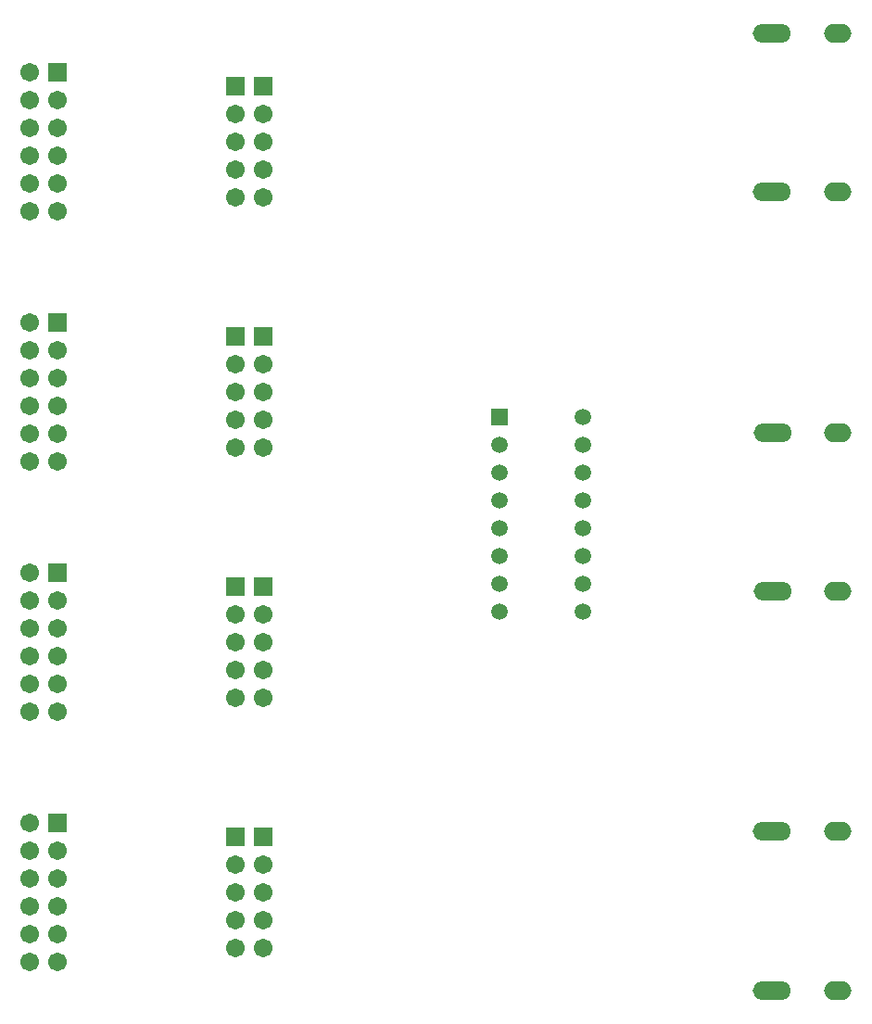
<source format=gbs>
G04*
G04 #@! TF.GenerationSoftware,Altium Limited,Altium Designer,20.1.12 (249)*
G04*
G04 Layer_Color=16711935*
%FSLAX25Y25*%
%MOIN*%
G70*
G04*
G04 #@! TF.SameCoordinates,19FB753C-3B76-4D90-9414-1966AEB0D9B2*
G04*
G04*
G04 #@! TF.FilePolarity,Negative*
G04*
G01*
G75*
%ADD14C,0.06706*%
%ADD15R,0.06706X0.06706*%
%ADD16R,0.06706X0.06706*%
%ADD17R,0.05918X0.05918*%
%ADD18C,0.05918*%
%ADD19O,0.09855X0.06706*%
%ADD20O,0.13792X0.06706*%
D14*
X263500Y288500D02*
D03*
Y298500D02*
D03*
Y308500D02*
D03*
Y278500D02*
D03*
X273500D02*
D03*
Y308500D02*
D03*
Y298500D02*
D03*
Y288500D02*
D03*
X189500Y93500D02*
D03*
X199500D02*
D03*
X189500Y103500D02*
D03*
X199500D02*
D03*
X189500Y113500D02*
D03*
X199500D02*
D03*
X189500Y123500D02*
D03*
X199500D02*
D03*
X189500Y133500D02*
D03*
X199500D02*
D03*
X189500Y143500D02*
D03*
Y183500D02*
D03*
X199500D02*
D03*
X189500Y193500D02*
D03*
X199500D02*
D03*
X189500Y203500D02*
D03*
X199500D02*
D03*
X189500Y213500D02*
D03*
X199500D02*
D03*
X189500Y223500D02*
D03*
X199500D02*
D03*
X189500Y233500D02*
D03*
Y273500D02*
D03*
X199500D02*
D03*
X189500Y283500D02*
D03*
X199500D02*
D03*
X189500Y293500D02*
D03*
X199500D02*
D03*
X189500Y303500D02*
D03*
X199500D02*
D03*
X189500Y313500D02*
D03*
X199500D02*
D03*
X189500Y323500D02*
D03*
Y363500D02*
D03*
X199500D02*
D03*
X189500Y373500D02*
D03*
X199500D02*
D03*
X189500Y383500D02*
D03*
X199500D02*
D03*
X189500Y393500D02*
D03*
X199500D02*
D03*
X189500Y403500D02*
D03*
X199500D02*
D03*
X189500Y413500D02*
D03*
X263500Y108500D02*
D03*
Y118500D02*
D03*
Y128500D02*
D03*
Y98500D02*
D03*
X273500D02*
D03*
Y128500D02*
D03*
Y118500D02*
D03*
Y108500D02*
D03*
X263500Y198500D02*
D03*
Y208500D02*
D03*
Y218500D02*
D03*
Y188500D02*
D03*
X273500D02*
D03*
Y218500D02*
D03*
Y208500D02*
D03*
Y198500D02*
D03*
X263500Y378500D02*
D03*
Y388500D02*
D03*
Y398500D02*
D03*
Y368500D02*
D03*
X273500D02*
D03*
Y398500D02*
D03*
Y388500D02*
D03*
Y378500D02*
D03*
D15*
X263500Y318500D02*
D03*
X273500D02*
D03*
X263500Y138500D02*
D03*
X273500D02*
D03*
X263500Y228500D02*
D03*
X273500D02*
D03*
X263500Y408500D02*
D03*
X273500D02*
D03*
D16*
X199500Y143500D02*
D03*
Y233500D02*
D03*
Y323500D02*
D03*
Y413500D02*
D03*
D17*
X358500Y289500D02*
D03*
D18*
Y279500D02*
D03*
Y269500D02*
D03*
Y259500D02*
D03*
Y249500D02*
D03*
Y239500D02*
D03*
Y229500D02*
D03*
Y219500D02*
D03*
X388500Y289500D02*
D03*
Y279500D02*
D03*
Y269500D02*
D03*
Y259500D02*
D03*
Y249500D02*
D03*
Y239500D02*
D03*
Y229500D02*
D03*
Y219500D02*
D03*
D19*
X479957Y83425D02*
D03*
Y140512D02*
D03*
X480000Y226913D02*
D03*
Y284000D02*
D03*
X479957Y370488D02*
D03*
Y427575D02*
D03*
D20*
X456492Y83425D02*
D03*
Y140512D02*
D03*
X456535Y226913D02*
D03*
Y284000D02*
D03*
X456492Y370488D02*
D03*
Y427575D02*
D03*
M02*

</source>
